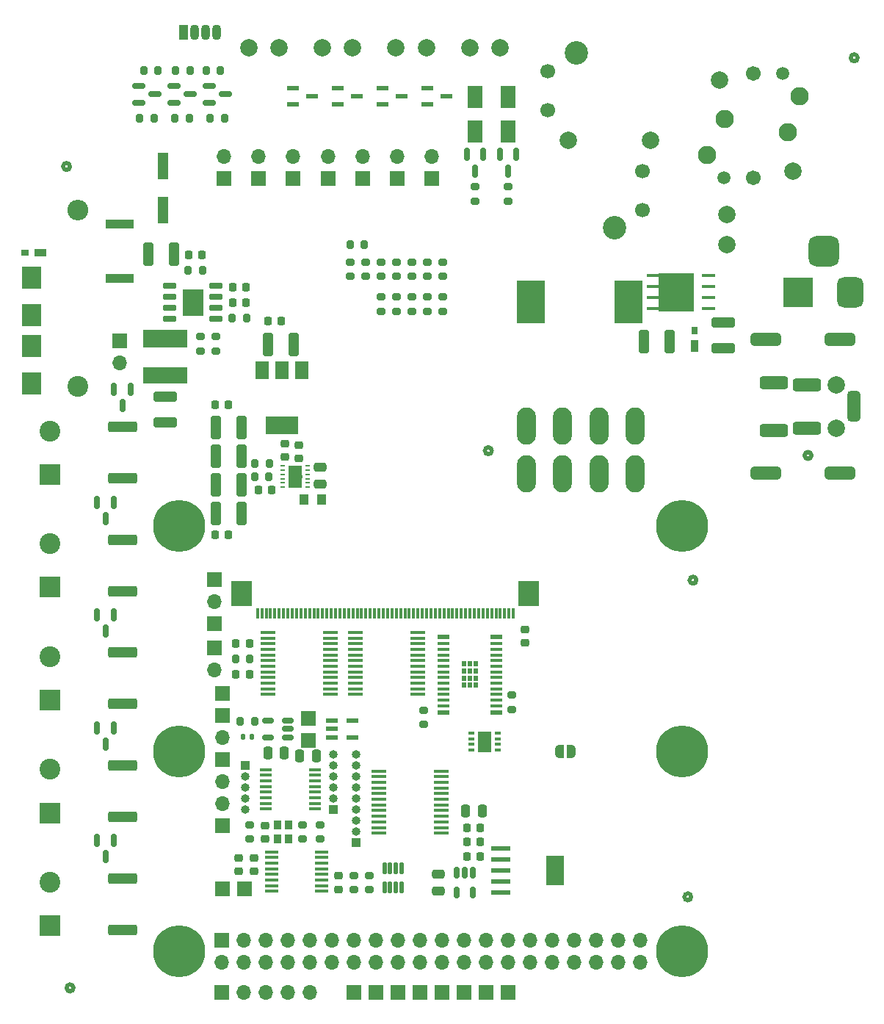
<source format=gts>
G04 #@! TF.GenerationSoftware,KiCad,Pcbnew,(6.0.1-0)*
G04 #@! TF.CreationDate,2022-02-25T04:31:26+09:00*
G04 #@! TF.ProjectId,qPCR-main,71504352-2d6d-4616-996e-2e6b69636164,rev?*
G04 #@! TF.SameCoordinates,Original*
G04 #@! TF.FileFunction,Soldermask,Top*
G04 #@! TF.FilePolarity,Negative*
%FSLAX46Y46*%
G04 Gerber Fmt 4.6, Leading zero omitted, Abs format (unit mm)*
G04 Created by KiCad (PCBNEW (6.0.1-0)) date 2022-02-25 04:31:26*
%MOMM*%
%LPD*%
G01*
G04 APERTURE LIST*
G04 Aperture macros list*
%AMRoundRect*
0 Rectangle with rounded corners*
0 $1 Rounding radius*
0 $2 $3 $4 $5 $6 $7 $8 $9 X,Y pos of 4 corners*
0 Add a 4 corners polygon primitive as box body*
4,1,4,$2,$3,$4,$5,$6,$7,$8,$9,$2,$3,0*
0 Add four circle primitives for the rounded corners*
1,1,$1+$1,$2,$3*
1,1,$1+$1,$4,$5*
1,1,$1+$1,$6,$7*
1,1,$1+$1,$8,$9*
0 Add four rect primitives between the rounded corners*
20,1,$1+$1,$2,$3,$4,$5,0*
20,1,$1+$1,$4,$5,$6,$7,0*
20,1,$1+$1,$6,$7,$8,$9,0*
20,1,$1+$1,$8,$9,$2,$3,0*%
%AMFreePoly0*
4,1,22,0.500000,-0.750000,0.000000,-0.750000,0.000000,-0.745033,-0.079941,-0.743568,-0.215256,-0.701293,-0.333266,-0.622738,-0.424486,-0.514219,-0.481581,-0.384460,-0.499164,-0.250000,-0.500000,-0.250000,-0.500000,0.250000,-0.499164,0.250000,-0.499963,0.256109,-0.478152,0.396186,-0.417904,0.524511,-0.324060,0.630769,-0.204165,0.706417,-0.067858,0.745374,0.000000,0.744959,0.000000,0.750000,
0.500000,0.750000,0.500000,-0.750000,0.500000,-0.750000,$1*%
%AMFreePoly1*
4,1,20,0.000000,0.744959,0.073905,0.744508,0.209726,0.703889,0.328688,0.626782,0.421226,0.519385,0.479903,0.390333,0.500000,0.250000,0.500000,-0.250000,0.499851,-0.262216,0.476331,-0.402017,0.414519,-0.529596,0.319384,-0.634700,0.198574,-0.708877,0.061801,-0.746166,0.000000,-0.745033,0.000000,-0.750000,-0.500000,-0.750000,-0.500000,0.750000,0.000000,0.750000,0.000000,0.744959,
0.000000,0.744959,$1*%
G04 Aperture macros list end*
%ADD10C,0.475000*%
%ADD11C,0.100000*%
%ADD12R,1.516000X0.457200*%
%ADD13R,5.100000X1.900000*%
%ADD14R,5.100000X2.100000*%
%ADD15R,0.499999X0.249999*%
%ADD16C,0.600000*%
%ADD17R,1.500000X2.500000*%
%ADD18R,2.410000X3.100000*%
%ADD19RoundRect,0.150000X-0.650000X-0.150000X0.650000X-0.150000X0.650000X0.150000X-0.650000X0.150000X0*%
%ADD20R,2.200000X0.600000*%
%ADD21R,2.150000X3.450000*%
%ADD22RoundRect,0.150000X-0.150000X0.512500X-0.150000X-0.512500X0.150000X-0.512500X0.150000X0.512500X0*%
%ADD23R,1.700000X1.700000*%
%ADD24O,1.700000X1.700000*%
%ADD25C,2.000000*%
%ADD26FreePoly0,180.000000*%
%ADD27FreePoly1,180.000000*%
%ADD28RoundRect,0.150000X-0.150000X0.587500X-0.150000X-0.587500X0.150000X-0.587500X0.150000X0.587500X0*%
%ADD29R,1.500000X2.000000*%
%ADD30R,3.800000X2.000000*%
%ADD31R,2.400000X2.400000*%
%ADD32C,2.400000*%
%ADD33RoundRect,0.250000X0.250000X0.475000X-0.250000X0.475000X-0.250000X-0.475000X0.250000X-0.475000X0*%
%ADD34RoundRect,0.225000X0.225000X0.250000X-0.225000X0.250000X-0.225000X-0.250000X0.225000X-0.250000X0*%
%ADD35RoundRect,0.225000X-0.225000X-0.250000X0.225000X-0.250000X0.225000X0.250000X-0.225000X0.250000X0*%
%ADD36RoundRect,0.225000X0.250000X-0.225000X0.250000X0.225000X-0.250000X0.225000X-0.250000X-0.225000X0*%
%ADD37RoundRect,0.250000X-0.475000X0.250000X-0.475000X-0.250000X0.475000X-0.250000X0.475000X0.250000X0*%
%ADD38RoundRect,0.250000X0.325000X1.100000X-0.325000X1.100000X-0.325000X-1.100000X0.325000X-1.100000X0*%
%ADD39R,2.300000X2.500000*%
%ADD40R,1.000000X1.250000*%
%ADD41RoundRect,0.250000X-1.425000X0.362500X-1.425000X-0.362500X1.425000X-0.362500X1.425000X0.362500X0*%
%ADD42R,3.200000X1.000000*%
%ADD43RoundRect,0.200000X0.200000X0.275000X-0.200000X0.275000X-0.200000X-0.275000X0.200000X-0.275000X0*%
%ADD44R,1.800000X2.500000*%
%ADD45RoundRect,0.200000X-0.275000X0.200000X-0.275000X-0.200000X0.275000X-0.200000X0.275000X0.200000X0*%
%ADD46RoundRect,0.200000X0.275000X-0.200000X0.275000X0.200000X-0.275000X0.200000X-0.275000X-0.200000X0*%
%ADD47RoundRect,0.250000X0.475000X-0.250000X0.475000X0.250000X-0.475000X0.250000X-0.475000X-0.250000X0*%
%ADD48R,1.750000X0.450000*%
%ADD49R,0.650000X0.350000*%
%ADD50R,1.500000X2.400000*%
%ADD51RoundRect,0.225000X-0.250000X0.225000X-0.250000X-0.225000X0.250000X-0.225000X0.250000X0.225000X0*%
%ADD52RoundRect,0.125000X0.125000X-0.537500X0.125000X0.537500X-0.125000X0.537500X-0.125000X-0.537500X0*%
%ADD53RoundRect,0.150000X0.512500X0.150000X-0.512500X0.150000X-0.512500X-0.150000X0.512500X-0.150000X0*%
%ADD54RoundRect,0.250000X-0.250000X-0.475000X0.250000X-0.475000X0.250000X0.475000X-0.250000X0.475000X0*%
%ADD55R,0.900000X1.000000*%
%ADD56R,1.473200X0.355600*%
%ADD57R,1.570000X0.410000*%
%ADD58R,1.473200X0.558800*%
%ADD59R,0.300000X1.250000*%
%ADD60R,2.400000X3.000000*%
%ADD61R,1.350000X0.600000*%
%ADD62R,1.350000X0.400000*%
%ADD63C,2.108200*%
%ADD64C,1.498600*%
%ADD65C,1.701800*%
%ADD66C,2.006600*%
%ADD67C,2.700000*%
%ADD68C,1.700000*%
%ADD69R,1.219200X3.098800*%
%ADD70R,1.320800X0.558800*%
%ADD71R,1.397000X0.889000*%
%ADD72R,0.863600X0.762000*%
%ADD73R,3.500000X3.500000*%
%ADD74RoundRect,0.750000X0.750000X1.000000X-0.750000X1.000000X-0.750000X-1.000000X0.750000X-1.000000X0*%
%ADD75RoundRect,0.875000X0.875000X0.875000X-0.875000X0.875000X-0.875000X-0.875000X0.875000X-0.875000X0*%
%ADD76RoundRect,0.200000X-0.200000X-0.275000X0.200000X-0.275000X0.200000X0.275000X-0.200000X0.275000X0*%
%ADD77R,0.762000X0.863600*%
%ADD78R,0.889000X1.397000*%
%ADD79RoundRect,0.250000X1.100000X-0.325000X1.100000X0.325000X-1.100000X0.325000X-1.100000X-0.325000X0*%
%ADD80R,3.250000X5.000000*%
%ADD81O,2.400000X2.400000*%
%ADD82RoundRect,0.250000X-0.325000X-1.100000X0.325000X-1.100000X0.325000X1.100000X-0.325000X1.100000X0*%
%ADD83C,6.000000*%
%ADD84R,1.070000X1.800000*%
%ADD85O,1.070000X1.800000*%
%ADD86RoundRect,0.150000X-0.587500X-0.150000X0.587500X-0.150000X0.587500X0.150000X-0.587500X0.150000X0*%
%ADD87RoundRect,0.375000X-1.375000X0.375000X-1.375000X-0.375000X1.375000X-0.375000X1.375000X0.375000X0*%
%ADD88RoundRect,0.375000X0.375000X1.375000X-0.375000X1.375000X-0.375000X-1.375000X0.375000X-1.375000X0*%
%ADD89RoundRect,0.375000X1.275000X-0.375000X1.275000X0.375000X-1.275000X0.375000X-1.275000X-0.375000X0*%
%ADD90RoundRect,0.140000X-0.140000X-0.170000X0.140000X-0.170000X0.140000X0.170000X-0.140000X0.170000X0*%
%ADD91R,1.000000X1.000000*%
%ADD92O,1.000000X1.000000*%
%ADD93O,2.201600X4.301600*%
G04 APERTURE END LIST*
D10*
X87900003Y-52824990D02*
G75*
G03*
X87900003Y-52824990I-400000J0D01*
G01*
X88300000Y-147500000D02*
G75*
G03*
X88300000Y-147500000I-400000J0D01*
G01*
X136536010Y-85589999D02*
G75*
G03*
X136536010Y-85589999I-400000J0D01*
G01*
X178724993Y-40299996D02*
G75*
G03*
X178724993Y-40299996I-400000J0D01*
G01*
X173400010Y-86124999D02*
G75*
G03*
X173400010Y-86124999I-400000J0D01*
G01*
X160140000Y-100510000D02*
G75*
G03*
X160140000Y-100510000I-400000J0D01*
G01*
X159540000Y-137010000D02*
G75*
G03*
X159540000Y-137010000I-400000J0D01*
G01*
D11*
X155773799Y-69459000D02*
X159761599Y-69459000D01*
X159761599Y-69459000D02*
X159761599Y-65141000D01*
X159761599Y-65141000D02*
X155773799Y-65141000D01*
X155773799Y-65141000D02*
X155773799Y-69459000D01*
G36*
X159761599Y-69459000D02*
G01*
X155773799Y-69459000D01*
X155773799Y-65141000D01*
X159761599Y-65141000D01*
X159761599Y-69459000D01*
G37*
X159761599Y-69459000D02*
X155773799Y-69459000D01*
X155773799Y-65141000D01*
X159761599Y-65141000D01*
X159761599Y-69459000D01*
G36*
X133566892Y-112101109D02*
G01*
X133066892Y-112101109D01*
X133066892Y-111501109D01*
X133566892Y-111501109D01*
X133566892Y-112101109D01*
G37*
G36*
X133566892Y-112921109D02*
G01*
X133066892Y-112921109D01*
X133066892Y-112321109D01*
X133566892Y-112321109D01*
X133566892Y-112921109D01*
G37*
G36*
X134266892Y-112101109D02*
G01*
X133766892Y-112101109D01*
X133766892Y-111501109D01*
X134266892Y-111501109D01*
X134266892Y-112101109D01*
G37*
G36*
X134966892Y-111281109D02*
G01*
X134466892Y-111281109D01*
X134466892Y-110681109D01*
X134966892Y-110681109D01*
X134966892Y-111281109D01*
G37*
G36*
X133566892Y-111281109D02*
G01*
X133066892Y-111281109D01*
X133066892Y-110681109D01*
X133566892Y-110681109D01*
X133566892Y-111281109D01*
G37*
G36*
X134966892Y-112101109D02*
G01*
X134466892Y-112101109D01*
X134466892Y-111501109D01*
X134966892Y-111501109D01*
X134966892Y-112101109D01*
G37*
G36*
X133566892Y-110461109D02*
G01*
X133066892Y-110461109D01*
X133066892Y-109861109D01*
X133566892Y-109861109D01*
X133566892Y-110461109D01*
G37*
G36*
X134266892Y-112921109D02*
G01*
X133766892Y-112921109D01*
X133766892Y-112321109D01*
X134266892Y-112321109D01*
X134266892Y-112921109D01*
G37*
G36*
X134266892Y-111281109D02*
G01*
X133766892Y-111281109D01*
X133766892Y-110681109D01*
X134266892Y-110681109D01*
X134266892Y-111281109D01*
G37*
G36*
X134966892Y-112921109D02*
G01*
X134466892Y-112921109D01*
X134466892Y-112321109D01*
X134966892Y-112321109D01*
X134966892Y-112921109D01*
G37*
G36*
X134266892Y-110461109D02*
G01*
X133766892Y-110461109D01*
X133766892Y-109861109D01*
X134266892Y-109861109D01*
X134266892Y-110461109D01*
G37*
G36*
X134966892Y-110461109D02*
G01*
X134466892Y-110461109D01*
X134466892Y-109861109D01*
X134966892Y-109861109D01*
X134966892Y-110461109D01*
G37*
D12*
X155168199Y-69205000D03*
X155168199Y-67935000D03*
X155168199Y-66665000D03*
X155168199Y-65395000D03*
X161510199Y-65395000D03*
X161510199Y-66665000D03*
X161510199Y-67935000D03*
X161510199Y-69205000D03*
D13*
X98900000Y-76900000D03*
D14*
X98900000Y-72700000D03*
D15*
X112379998Y-87299988D03*
X112379998Y-87799987D03*
X112379998Y-88299988D03*
X112379998Y-88799988D03*
X112379998Y-89299989D03*
X112379998Y-89799988D03*
X115279998Y-89799988D03*
X115279998Y-89299989D03*
X115279998Y-88799988D03*
X115279998Y-88299988D03*
X115279998Y-87799987D03*
X115279998Y-87299988D03*
D16*
X113829998Y-87549987D03*
D17*
X113829998Y-88549988D03*
D16*
X113329999Y-88549988D03*
X114429998Y-88549988D03*
X113829998Y-89549989D03*
D18*
X102050012Y-68499990D03*
D19*
X104700012Y-66594990D03*
X104700012Y-67864990D03*
X104700012Y-69134990D03*
X104700012Y-70404990D03*
X99400012Y-70404990D03*
X99400012Y-69134990D03*
X99400012Y-67864990D03*
X99400012Y-66594990D03*
D20*
X137552490Y-131439996D03*
X137552490Y-132709996D03*
X137552490Y-133979996D03*
X137552490Y-135249996D03*
X137552490Y-136519996D03*
D21*
X143852490Y-133979996D03*
D22*
X134359995Y-134222504D03*
X133409995Y-134222504D03*
X132459995Y-134222504D03*
X132459995Y-136497504D03*
X134359995Y-136497504D03*
D23*
X105370000Y-148000000D03*
D24*
X107910000Y-148000000D03*
X110450000Y-148000000D03*
X112990000Y-148000000D03*
X115530000Y-148000000D03*
D25*
X129000000Y-39100000D03*
X125500000Y-39100000D03*
D26*
X145660000Y-120220000D03*
D27*
X144360000Y-120220000D03*
D28*
X94886000Y-78512500D03*
X92986000Y-78512500D03*
X93936000Y-80387500D03*
X92926000Y-91512500D03*
X91026000Y-91512500D03*
X91976000Y-93387500D03*
X92926000Y-104512500D03*
X91026000Y-104512500D03*
X91976000Y-106387500D03*
X92926000Y-117512500D03*
X91026000Y-117512500D03*
X91976000Y-119387500D03*
X92926000Y-130512500D03*
X91026000Y-130512500D03*
X91976000Y-132387500D03*
D29*
X114625000Y-76325000D03*
X112325000Y-76325000D03*
X110025000Y-76325000D03*
D30*
X112325000Y-82625000D03*
D31*
X85546006Y-101319990D03*
D32*
X85546006Y-96319990D03*
D31*
X85546006Y-114319990D03*
D32*
X85546006Y-109319990D03*
D31*
X85546006Y-127319989D03*
D32*
X85546006Y-122319989D03*
D31*
X85546006Y-140319989D03*
D32*
X85546006Y-135319989D03*
D33*
X135410000Y-127150000D03*
X133510000Y-127150000D03*
D34*
X135235005Y-129055012D03*
X133685005Y-129055012D03*
D35*
X110725000Y-70670000D03*
X112275000Y-70670000D03*
D34*
X135235005Y-130706012D03*
X133685005Y-130706012D03*
X106175000Y-80280000D03*
X104625000Y-80280000D03*
X111175000Y-90090000D03*
X109625000Y-90090000D03*
D36*
X114290000Y-86495000D03*
X114290000Y-84945000D03*
X112670000Y-86325000D03*
X112670000Y-84775000D03*
D37*
X116770000Y-87510000D03*
X116770000Y-89410000D03*
D38*
X107675000Y-89480000D03*
X104725000Y-89480000D03*
D39*
X83500000Y-69950000D03*
X83500000Y-65650000D03*
X83500000Y-73550000D03*
X83500000Y-77850000D03*
D40*
X116880000Y-91220000D03*
X114880000Y-91220000D03*
D41*
X93936000Y-82857500D03*
X93936000Y-88782500D03*
X93936000Y-95857500D03*
X93936000Y-101782500D03*
X93936000Y-108857500D03*
X93936000Y-114782500D03*
X93936000Y-121857500D03*
X93936000Y-127782500D03*
X93936000Y-134857500D03*
X93936000Y-140782500D03*
D34*
X135235005Y-132357012D03*
X133685005Y-132357012D03*
D42*
X93650000Y-59500000D03*
X93650000Y-65700000D03*
D34*
X108217000Y-66721990D03*
X106667000Y-66721990D03*
X108217000Y-68499990D03*
X106667000Y-68499990D03*
D38*
X107675000Y-92780000D03*
X104725000Y-92780000D03*
D43*
X110825000Y-88620000D03*
X109175000Y-88620000D03*
D31*
X85546006Y-88319991D03*
D32*
X85546006Y-83319991D03*
D43*
X110875000Y-87060000D03*
X109225000Y-87060000D03*
D25*
X137500000Y-39100000D03*
X134000000Y-39100000D03*
X120500000Y-39100000D03*
X117000000Y-39100000D03*
D44*
X134590000Y-48790000D03*
X134590000Y-44790000D03*
X138400000Y-48790000D03*
X138400000Y-44790000D03*
D28*
X135540000Y-51452500D03*
X133640000Y-51452500D03*
X134590000Y-53327500D03*
X139350000Y-51452500D03*
X137450000Y-51452500D03*
X138400000Y-53327500D03*
D45*
X134590000Y-55175000D03*
X134590000Y-56825000D03*
D46*
X138400000Y-56825000D03*
X138400000Y-55175000D03*
D47*
X130359988Y-136310004D03*
X130359988Y-134410004D03*
D48*
X110740005Y-106534000D03*
X110740005Y-107184000D03*
X110740005Y-107834000D03*
X110740005Y-108484000D03*
X110740005Y-109134000D03*
X110740005Y-109784000D03*
X110740005Y-110434000D03*
X110740005Y-111084000D03*
X110740005Y-111734000D03*
X110740005Y-112384000D03*
X110740005Y-113034000D03*
X110740005Y-113684000D03*
X117940005Y-113684000D03*
X117940005Y-113034000D03*
X117940005Y-112384000D03*
X117940005Y-111734000D03*
X117940005Y-111084000D03*
X117940005Y-110434000D03*
X117940005Y-109784000D03*
X117940005Y-109134000D03*
X117940005Y-108484000D03*
X117940005Y-107834000D03*
X117940005Y-107184000D03*
X117940005Y-106534000D03*
D49*
X134170000Y-118135000D03*
X134170000Y-118785000D03*
X134170000Y-119435001D03*
X134170000Y-120084999D03*
X137270000Y-120084999D03*
X137270000Y-119435001D03*
X137270000Y-118785000D03*
X137270000Y-118135000D03*
D50*
X135720000Y-119110000D03*
D48*
X120789998Y-106534000D03*
X120789998Y-107184000D03*
X120789998Y-107834000D03*
X120789998Y-108484000D03*
X120789998Y-109134000D03*
X120789998Y-109784000D03*
X120789998Y-110434000D03*
X120789998Y-111084000D03*
X120789998Y-111734000D03*
X120789998Y-112384000D03*
X120789998Y-113034000D03*
X120789998Y-113684000D03*
X127989998Y-113684000D03*
X127989998Y-113034000D03*
X127989998Y-112384000D03*
X127989998Y-111734000D03*
X127989998Y-111084000D03*
X127989998Y-110434000D03*
X127989998Y-109784000D03*
X127989998Y-109134000D03*
X127989998Y-108484000D03*
X127989998Y-107834000D03*
X127989998Y-107184000D03*
X127989998Y-106534000D03*
D34*
X108584995Y-111349993D03*
X107034995Y-111349993D03*
D36*
X140360000Y-107755000D03*
X140360000Y-106205000D03*
D35*
X107034995Y-107793993D03*
X108584995Y-107793993D03*
D51*
X107365800Y-132524200D03*
X107365800Y-134074200D03*
D36*
X109143800Y-134074200D03*
X109143800Y-132524200D03*
X118872000Y-136135004D03*
X118872000Y-134585004D03*
D33*
X112620000Y-120450000D03*
X110720000Y-120450000D03*
D52*
X124165000Y-135947500D03*
X124815000Y-135947500D03*
X125465000Y-135947500D03*
X126115000Y-135947500D03*
X126115000Y-133672500D03*
X125465000Y-133672500D03*
X124815000Y-133672500D03*
X124165000Y-133672500D03*
D53*
X113004993Y-118609988D03*
X113004993Y-117659988D03*
X113004993Y-116709988D03*
X110729993Y-116709988D03*
X110729993Y-118609988D03*
D54*
X114400000Y-120790000D03*
X116300000Y-120790000D03*
D55*
X113084500Y-130352500D03*
X113084500Y-128727500D03*
X111859500Y-128727500D03*
X111859500Y-130352500D03*
D36*
X110380000Y-130315000D03*
X110380000Y-128765000D03*
D45*
X114698000Y-128715000D03*
X114698000Y-130365000D03*
X116730000Y-128715000D03*
X116730000Y-130365000D03*
D56*
X116109400Y-126874999D03*
X116109400Y-126225001D03*
X116109400Y-125574999D03*
X116109400Y-124925001D03*
X116109400Y-124275002D03*
X116109400Y-123625001D03*
X116109400Y-122975002D03*
X116109400Y-122325001D03*
X110470600Y-122325001D03*
X110470600Y-122974999D03*
X110470600Y-123625001D03*
X110470600Y-124274999D03*
X110470600Y-124924998D03*
X110470600Y-125574999D03*
X110470600Y-126224998D03*
X110470600Y-126874999D03*
D57*
X111150000Y-131815000D03*
X111150000Y-132465000D03*
X111150000Y-133115000D03*
X111150000Y-133765000D03*
X111150000Y-134415000D03*
X111150000Y-135065000D03*
X111150000Y-135715000D03*
X111150000Y-136365000D03*
X116890000Y-136365000D03*
X116890000Y-135715000D03*
X116890000Y-135065000D03*
X116890000Y-134415000D03*
X116890000Y-133765000D03*
X116890000Y-133115000D03*
X116890000Y-132465000D03*
X116890000Y-131815000D03*
D58*
X118116198Y-116709987D03*
X118116198Y-117659988D03*
X118116198Y-118609989D03*
X120503798Y-118609989D03*
X120503798Y-116709987D03*
D45*
X108602000Y-128715000D03*
X108602000Y-130365000D03*
D43*
X108634995Y-109571993D03*
X106984995Y-109571993D03*
D46*
X120650000Y-136185004D03*
X120650000Y-134535004D03*
X122428000Y-136185004D03*
X122428000Y-134535004D03*
D48*
X130750012Y-129664994D03*
X130750012Y-129014994D03*
X130750012Y-128364994D03*
X130750012Y-127714994D03*
X130750012Y-127064994D03*
X130750012Y-126414994D03*
X130750012Y-125764994D03*
X130750012Y-125114994D03*
X130750012Y-124464994D03*
X130750012Y-123814994D03*
X130750012Y-123164994D03*
X130750012Y-122514994D03*
X123550012Y-122514994D03*
X123550012Y-123164994D03*
X123550012Y-123814994D03*
X123550012Y-124464994D03*
X123550012Y-125114994D03*
X123550012Y-125764994D03*
X123550012Y-126414994D03*
X123550012Y-127064994D03*
X123550012Y-127714994D03*
X123550012Y-128364994D03*
X123550012Y-129014994D03*
X123550012Y-129664994D03*
D59*
X139020000Y-104340000D03*
X138520000Y-104340000D03*
X138020000Y-104340000D03*
X137520000Y-104340000D03*
X137020000Y-104340000D03*
X136520000Y-104340000D03*
X136020000Y-104340000D03*
X135520000Y-104340000D03*
X135020000Y-104340000D03*
X134520000Y-104340000D03*
X134020000Y-104340000D03*
X133520000Y-104340000D03*
X133020000Y-104340000D03*
X132520000Y-104340000D03*
X132020000Y-104340000D03*
X131520000Y-104340000D03*
X131020000Y-104340000D03*
X130520000Y-104340000D03*
X130020000Y-104340000D03*
X129520000Y-104340000D03*
X129020000Y-104340000D03*
X128520000Y-104340000D03*
X128020000Y-104340000D03*
X127520000Y-104340000D03*
X127020000Y-104340000D03*
X126520000Y-104340000D03*
X126020000Y-104340000D03*
X125520000Y-104340000D03*
X125020000Y-104340000D03*
X124520000Y-104340000D03*
X124020000Y-104340000D03*
X123520000Y-104340000D03*
X123020000Y-104340000D03*
X122520000Y-104340000D03*
X122020000Y-104340000D03*
X121520000Y-104340000D03*
X121020000Y-104340000D03*
X120520000Y-104340000D03*
X120020000Y-104340000D03*
X119520000Y-104340000D03*
X119020000Y-104340000D03*
X118520000Y-104340000D03*
X118020000Y-104340000D03*
X117520000Y-104340000D03*
X117020000Y-104340000D03*
X116520000Y-104340000D03*
X116020000Y-104340000D03*
X115520000Y-104340000D03*
X115020000Y-104340000D03*
X114520000Y-104340000D03*
X114020000Y-104340000D03*
X113520000Y-104340000D03*
X113020000Y-104340000D03*
X112520000Y-104340000D03*
X112020000Y-104340000D03*
X111520000Y-104340000D03*
X111020000Y-104340000D03*
X110520000Y-104340000D03*
X110020000Y-104340000D03*
X109520000Y-104340000D03*
D60*
X140820000Y-102015000D03*
X107720000Y-102015000D03*
D61*
X137066892Y-115726109D03*
D62*
X137066892Y-114976109D03*
X137066892Y-114326109D03*
X137066892Y-113676109D03*
X137066892Y-113026109D03*
X137066892Y-112376109D03*
X137066892Y-111726109D03*
X137066892Y-111076109D03*
X137066892Y-110426109D03*
X137066892Y-109776109D03*
X137066892Y-109126109D03*
X137066892Y-108476109D03*
X137066892Y-107826109D03*
D61*
X137066892Y-107076109D03*
X130966892Y-107076109D03*
D62*
X130966892Y-107826109D03*
X130966892Y-108476109D03*
X130966892Y-109126109D03*
X130966892Y-109776109D03*
X130966892Y-110426109D03*
X130966892Y-111076109D03*
X130966892Y-111726109D03*
X130966892Y-112376109D03*
X130966892Y-113026109D03*
X130966892Y-113676109D03*
X130966892Y-114326109D03*
X130966892Y-114976109D03*
D61*
X130966892Y-115726109D03*
D25*
X163669312Y-61854869D03*
X163669312Y-58354869D03*
D63*
X172059312Y-44714869D03*
D64*
X170109312Y-42064869D03*
D65*
X166709312Y-42064869D03*
D66*
X162759312Y-42864869D03*
D63*
X163359312Y-47364869D03*
X161359312Y-51514869D03*
D64*
X163309312Y-54164869D03*
D65*
X166709312Y-54164869D03*
D66*
X171259312Y-53364869D03*
D63*
X170659312Y-48864869D03*
D67*
X146249312Y-39724869D03*
D68*
X142999312Y-41824869D03*
X142999312Y-46324869D03*
D25*
X145349312Y-49824869D03*
X154849312Y-49824869D03*
D68*
X153899312Y-53324869D03*
X153899312Y-57824869D03*
D67*
X150649312Y-59924869D03*
D69*
X98650000Y-57852700D03*
X98650000Y-52747300D03*
D70*
X123942800Y-43760200D03*
X123942800Y-45639800D03*
X126127200Y-44700000D03*
X129107800Y-43760200D03*
X129107800Y-45639800D03*
X131292200Y-44700000D03*
X118777800Y-43760200D03*
X118777800Y-45639800D03*
X120962200Y-44700000D03*
X113612800Y-43760200D03*
X113612800Y-45639800D03*
X115797200Y-44700000D03*
D71*
X84449300Y-62800000D03*
D72*
X82684000Y-62800000D03*
D73*
X171828993Y-67310000D03*
D74*
X177828993Y-67310000D03*
D75*
X174828993Y-62610000D03*
D34*
X103137000Y-62992000D03*
X101587000Y-62992000D03*
D76*
X101537000Y-64770000D03*
X103187000Y-64770000D03*
D77*
X159900000Y-71734000D03*
D78*
X159900000Y-73499300D03*
D79*
X163230000Y-73745000D03*
X163230000Y-70795000D03*
D38*
X157065000Y-73030000D03*
X154115000Y-73030000D03*
D80*
X141035000Y-68410000D03*
X152285000Y-68410000D03*
D25*
X112000000Y-39100000D03*
X108500000Y-39100000D03*
D23*
X125639055Y-54210944D03*
D24*
X125639055Y-51670944D03*
D23*
X129639055Y-54210944D03*
D24*
X129639055Y-51670944D03*
D23*
X109639055Y-54210944D03*
D24*
X109639055Y-51670944D03*
D23*
X113639055Y-54210944D03*
D24*
X113639055Y-51670944D03*
D23*
X117639055Y-54210944D03*
D24*
X117639055Y-51670944D03*
D23*
X121639055Y-54210944D03*
D24*
X121639055Y-51670944D03*
D23*
X105639057Y-54210941D03*
D24*
X105639057Y-51670941D03*
D45*
X130838000Y-63825000D03*
X130838000Y-65475000D03*
X120170000Y-63825000D03*
X120170000Y-65475000D03*
D46*
X127282000Y-65475000D03*
X127282000Y-63825000D03*
X129060000Y-65475000D03*
X129060000Y-63825000D03*
X121948000Y-65475000D03*
X121948000Y-63825000D03*
X123726000Y-65475000D03*
X123726000Y-63825000D03*
X125504000Y-65475000D03*
X125504000Y-63825000D03*
D45*
X130838000Y-67855000D03*
X130838000Y-69505000D03*
D43*
X121825000Y-61800000D03*
X120175000Y-61800000D03*
D45*
X127282000Y-67855000D03*
X127282000Y-69505000D03*
X129060000Y-67855000D03*
X129060000Y-69505000D03*
X125504000Y-67855000D03*
X125504000Y-69505000D03*
X123726000Y-67855000D03*
X123726000Y-69505000D03*
X128710000Y-115485000D03*
X128710000Y-117135000D03*
D34*
X106165000Y-95290000D03*
X104615000Y-95290000D03*
D32*
X88800000Y-78200000D03*
D81*
X88800000Y-57880000D03*
D82*
X110725000Y-73310000D03*
X113675000Y-73310000D03*
D38*
X107675000Y-86180000D03*
X104725000Y-86180000D03*
X107675000Y-82880000D03*
X104725000Y-82880000D03*
D24*
X153630000Y-144540000D03*
X153630000Y-142000000D03*
X151090000Y-144540000D03*
X151090000Y-142000000D03*
X148550000Y-144540000D03*
X148550000Y-142000000D03*
X146010000Y-144540000D03*
X146010000Y-142000000D03*
X143470000Y-144540000D03*
X143470000Y-142000000D03*
X140930000Y-144540000D03*
X140930000Y-142000000D03*
X138390000Y-144540000D03*
X138390000Y-142000000D03*
X135850000Y-144540000D03*
X135850000Y-142000000D03*
X133310000Y-144540000D03*
X133310000Y-142000000D03*
X130770000Y-144540000D03*
X130770000Y-142000000D03*
X128230000Y-144540000D03*
X128230000Y-142000000D03*
X125690000Y-144540000D03*
X125690000Y-142000000D03*
X123150000Y-144540000D03*
X123150000Y-142000000D03*
X120610000Y-144540000D03*
X120610000Y-142000000D03*
X118070000Y-144540000D03*
X118070000Y-142000000D03*
X115530000Y-144540000D03*
X115530000Y-142000000D03*
X112990000Y-144540000D03*
X112990000Y-142000000D03*
X110450000Y-144540000D03*
X110450000Y-142000000D03*
X107910000Y-144540000D03*
X107910000Y-142000000D03*
X105370000Y-144540000D03*
D23*
X105370000Y-142000000D03*
D83*
X158500000Y-143270000D03*
X100500000Y-94270000D03*
X158500000Y-120270000D03*
X100500000Y-143270000D03*
X158500000Y-94270000D03*
X100500000Y-120270000D03*
D84*
X101000000Y-37320000D03*
D85*
X102270000Y-37320000D03*
X103540000Y-37320000D03*
X104810000Y-37320000D03*
D76*
X100013000Y-47244000D03*
X101663000Y-47244000D03*
X106617000Y-70277990D03*
X108267000Y-70277990D03*
D86*
X103964500Y-43550800D03*
X103964500Y-45450800D03*
X105839500Y-44500800D03*
D79*
X98840000Y-82285000D03*
X98840000Y-79335000D03*
D46*
X138830000Y-115415000D03*
X138830000Y-113765000D03*
D87*
X176650008Y-72775988D03*
X168150008Y-72775988D03*
X176650008Y-88175988D03*
X168150008Y-88175988D03*
D88*
X178250008Y-80475988D03*
D89*
X172850008Y-77975988D03*
X172850008Y-82975988D03*
X169100008Y-77725988D03*
X169100008Y-83225988D03*
D25*
X176250008Y-82975988D03*
X176250008Y-77975988D03*
D76*
X103605000Y-41800000D03*
X105255000Y-41800000D03*
D90*
X107869999Y-118550004D03*
X108829999Y-118550004D03*
D76*
X104077000Y-47244000D03*
X105727000Y-47244000D03*
D86*
X95836500Y-43550800D03*
X95836500Y-45450800D03*
X97711500Y-44500800D03*
D43*
X109175000Y-116772000D03*
X107525000Y-116772000D03*
D46*
X102932000Y-74065000D03*
X102932000Y-72415000D03*
D76*
X95949000Y-47244000D03*
X97599000Y-47244000D03*
D46*
X104710000Y-74065000D03*
X104710000Y-72415000D03*
D86*
X99900500Y-43550800D03*
X99900500Y-45450800D03*
X101775500Y-44500800D03*
D76*
X96405000Y-41790000D03*
X98055000Y-41790000D03*
D38*
X99875000Y-62950000D03*
X96925000Y-62950000D03*
D76*
X100085000Y-41760000D03*
X101735000Y-41760000D03*
D23*
X123150000Y-148000000D03*
X125690000Y-148000000D03*
X128230000Y-148000000D03*
X130770000Y-148000000D03*
X135850000Y-148000000D03*
X93599991Y-72900007D03*
D24*
X93599991Y-75440007D03*
D23*
X138390000Y-148000000D03*
X133310000Y-148000000D03*
X104530000Y-100460000D03*
D91*
X118262400Y-126898400D03*
D92*
X118262400Y-125628400D03*
X118262400Y-124358400D03*
X118262400Y-123088400D03*
X118262400Y-121818400D03*
X118262400Y-120548400D03*
D23*
X105469995Y-113538000D03*
X108039992Y-136119997D03*
X105499992Y-136119997D03*
D93*
X140490004Y-88250007D03*
X144690004Y-88250007D03*
X148890004Y-88250007D03*
X153090004Y-88250007D03*
X140490004Y-82750007D03*
X144690004Y-82750007D03*
X148890004Y-82750007D03*
X153090004Y-82750007D03*
D23*
X120600000Y-148000000D03*
X115370000Y-118963999D03*
X115370000Y-116423999D03*
X105469995Y-116078000D03*
D24*
X105469995Y-118618000D03*
D91*
X120853200Y-130708400D03*
D92*
X120853200Y-129438400D03*
X120853200Y-128168400D03*
X120853200Y-126898400D03*
X120853200Y-125628400D03*
X120853200Y-124358400D03*
X120853200Y-123088400D03*
X120853200Y-121818400D03*
X120853200Y-120548400D03*
D91*
X108102400Y-121818400D03*
D92*
X108102400Y-123088400D03*
X108102400Y-124358400D03*
X108102400Y-125628400D03*
X108102400Y-126898400D03*
D23*
X105469995Y-128778000D03*
D24*
X105469995Y-126238000D03*
D23*
X104529992Y-105539997D03*
D24*
X104529992Y-102999997D03*
D23*
X104530000Y-108334000D03*
D24*
X104530000Y-110874000D03*
D23*
X105469995Y-121158000D03*
D24*
X105469995Y-123698000D03*
M02*

</source>
